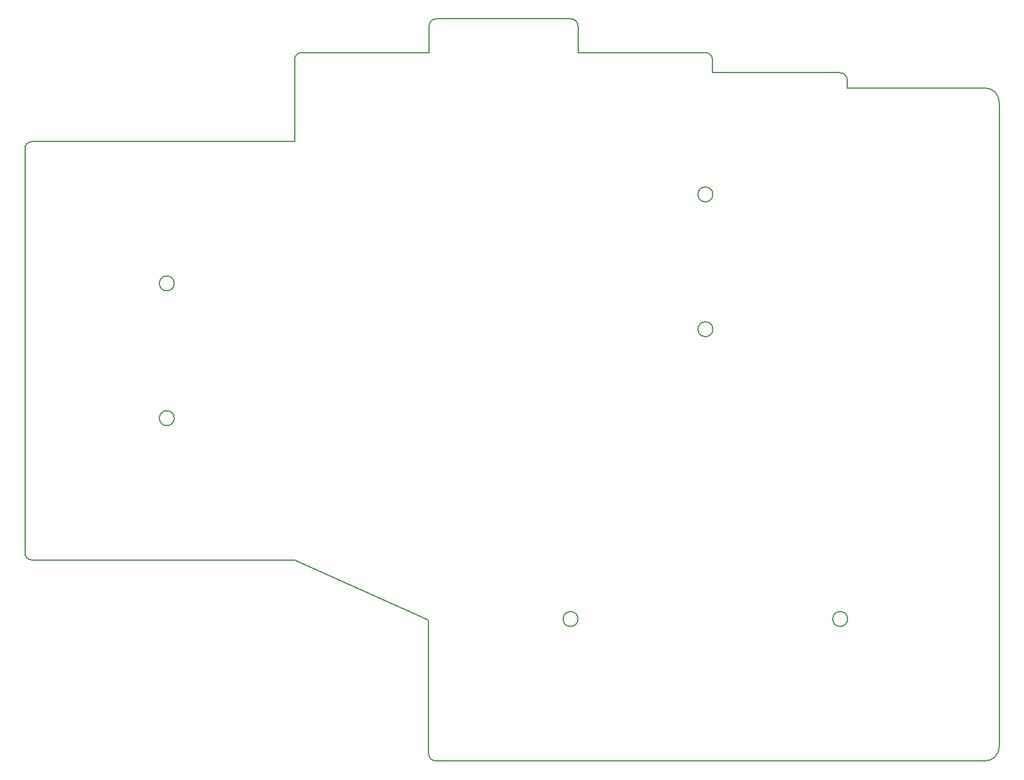
<source format=gbr>
%TF.GenerationSoftware,KiCad,Pcbnew,(6.0.8)*%
%TF.CreationDate,2022-10-22T23:28:31+01:00*%
%TF.ProjectId,bottom_plate,626f7474-6f6d-45f7-906c-6174652e6b69,v1.0.0*%
%TF.SameCoordinates,Original*%
%TF.FileFunction,Profile,NP*%
%FSLAX46Y46*%
G04 Gerber Fmt 4.6, Leading zero omitted, Abs format (unit mm)*
G04 Created by KiCad (PCBNEW (6.0.8)) date 2022-10-22 23:28:31*
%MOMM*%
%LPD*%
G01*
G04 APERTURE LIST*
%TA.AperFunction,Profile*%
%ADD10C,0.150000*%
%TD*%
G04 APERTURE END LIST*
D10*
X124775000Y-18859500D02*
G75*
G03*
X124775000Y-18859500I-1050000J0D01*
G01*
X146200000Y-36909500D02*
X146200000Y54190500D01*
X29625000Y28575000D02*
G75*
G03*
X29625000Y28575000I-1050000J0D01*
G01*
X146200000Y54190500D02*
G75*
G03*
X144200000Y56190500I-2000000J0D01*
G01*
X105675000Y60198000D02*
G75*
G03*
X104675000Y61198000I-1000000J0D01*
G01*
X105725000Y22098000D02*
G75*
G03*
X105725000Y22098000I-1050000J0D01*
G01*
X86675000Y-18859500D02*
G75*
G03*
X86675000Y-18859500I-1050000J0D01*
G01*
X65575000Y-18968378D02*
X46625000Y-10525000D01*
X8525000Y-9525000D02*
X8525000Y47625000D01*
X105725000Y41148000D02*
G75*
G03*
X105725000Y41148000I-1050000J0D01*
G01*
X123725000Y58340500D02*
X105675000Y58340500D01*
X124725000Y57340500D02*
G75*
G03*
X123725000Y58340500I-1000000J0D01*
G01*
X9525000Y-10525000D02*
X46625000Y-10525000D01*
X47625000Y61198000D02*
G75*
G03*
X46625000Y60198000I0J-1000000D01*
G01*
X9525000Y48625000D02*
X46625000Y48625000D01*
X105675000Y58340500D02*
X105675000Y60198000D01*
X144200000Y56190500D02*
X124725000Y56190500D01*
X86675000Y61198000D02*
X86675000Y64960500D01*
X104675000Y61198000D02*
X86675000Y61198000D01*
X86675000Y64960500D02*
G75*
G03*
X85675000Y65960500I-1000000J0D01*
G01*
X144200000Y-38909500D02*
G75*
G03*
X146200000Y-36909500I0J2000000D01*
G01*
X65575000Y-37909500D02*
X65575000Y-18968378D01*
X46625000Y60198000D02*
X46625000Y48625000D01*
X66625000Y65960500D02*
G75*
G03*
X65625000Y64960500I0J-1000000D01*
G01*
X66575000Y-38909500D02*
X144200000Y-38909500D01*
X29625000Y9525000D02*
G75*
G03*
X29625000Y9525000I-1050000J0D01*
G01*
X65575000Y-37909500D02*
G75*
G03*
X66575000Y-38909500I1000000J0D01*
G01*
X65625000Y64960500D02*
X65625000Y61198000D01*
X65625000Y61198000D02*
X47625000Y61198000D01*
X9525000Y48625000D02*
G75*
G03*
X8525000Y47625000I0J-1000000D01*
G01*
X85675000Y65960500D02*
X66625000Y65960500D01*
X8525000Y-9525000D02*
G75*
G03*
X9525000Y-10525000I1000000J0D01*
G01*
X124725000Y56190500D02*
X124725000Y57340500D01*
M02*

</source>
